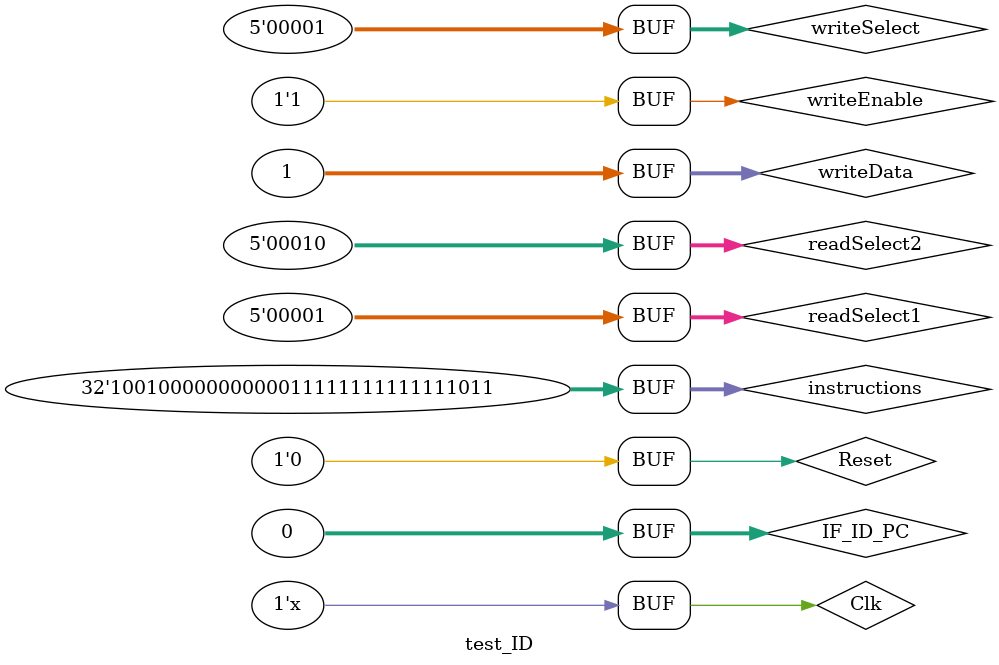
<source format=v>
`timescale 1ns / 1ps


module test_ID;

	// Inputs
	reg [31:0] writeData;
	reg [4:0] writeSelect;
	reg writeEnable;
	reg Reset;
	reg Clk;
	reg [31:0] instructions;
	reg [31:0] IF_ID_PC;
	reg [4:0] readSelect1;
	reg [4:0] readSelect2;

	// Outputs
	wire [31:0] readData1;
	wire [31:0] readData2;
	wire [31:0] ID_PC;
	wire [31:0] controls;
	wire [25:0] locations;
	wire PCSource;
	wire [31:0] SE_Imm;

	// Instantiate the Unit Under Test (UUT)
	ID uut (
		.writeData(writeData), 
		.readData1(readData1), 
		.readData2(readData2), 
		.writeSelect(writeSelect), 
		.writeEnable(writeEnable), 
		.Reset(Reset), 
		.Clk(Clk), 
		.instructions(instructions), 
		.IF_ID_PC(IF_ID_PC), 
		.ID_PC(ID_PC), 
		.controls(controls), 
		.locations(locations), 
		.PCSource(PCSource), 
		.SE_Imm(SE_Imm), 
		.readSelect1(readSelect1), 
		.readSelect2(readSelect2)
	);
	always begin
		#5 Clk = ~Clk;
	end
	initial begin
		// Initialize Inputs
		writeData = 1;
		writeSelect = 1;
		writeEnable = 1;
		Reset = 1;
		Clk = 1;
		instructions = 0;
		IF_ID_PC = 0;
		readSelect1 = 5'b00001;
		readSelect2 = 5'b00010;


		#20;
		Reset = 0;
		// Wait 100 ns for global reset to finish
		#100;
		instructions = 32'b100001_00000_00001_0000_0000_0001_0000;
      #20;  
		instructions = 32'b100100_00000_00001_1111_1111_1111_1011;
        


	end
      
endmodule
        



</source>
